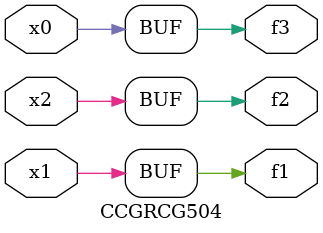
<source format=v>
module CCGRCG504(
	input x0, x1, x2,
	output f1, f2, f3
);
	assign f1 = x1;
	assign f2 = x2;
	assign f3 = x0;
endmodule

</source>
